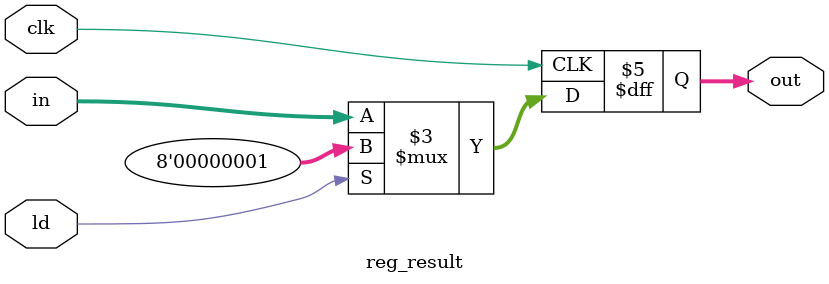
<source format=v>
`timescale 1ns / 1ps
module sqrt(N,clk,ld,result,flag);
    input [7:0] N;
    input clk,ld;
    output [7:0] result;
    output flag;
    wire [7:0] temp1, temp2, temp3, guess;
    
    assign flag = (guess[7:3]==result[7:3])?1:0;
    
    reg_N register_N(N,clk,ld,temp1);
    reg_guess register_guess(temp2,N,clk,ld,guess);
    reg_result register_result(temp3,clk,ld,result);
    adder adder_8bit(guess,result,temp2);
    Divd divider(temp1,temp2,temp3);
    
endmodule

module adder(in1,in2,sum);
    input [7:0] in1,in2;
    output [7:0] sum;
    wire [7:0] temp;
    
    assign temp=in1+in2;
    assign sum ={1'b0,temp[7:1]};
endmodule 

module reg_N(in,clk,ld,out);
    input [7:0] in;
    input clk,ld;
    output reg [7:0] out;
    
    always@(posedge clk) begin
        if(ld) out<=in;
        else out<=out;
    end
endmodule

module reg_guess(in,N,clk,ld,out);
    input [7:0] in,N;
    input clk,ld;
    output reg [7:0] out;
    always @(posedge clk)
    begin
        if(ld) out<=N;
        else out<=in;
    end       
endmodule 

module reg_result(in,clk,ld,out);
    input [7:0] in;
    input clk,ld;
    output reg [7:0] out;
    always @(posedge clk)
    begin
        if(ld)
            out<=8'h01;
        else
            out<=in;
    end
endmodule

</source>
